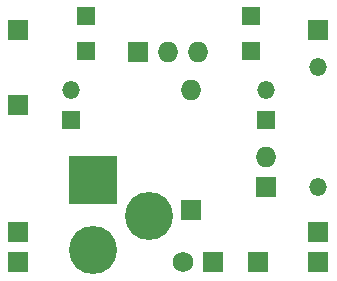
<source format=gbs>
G04 (created by PCBNEW (22-Jun-2014 BZR 4027)-stable) date Sun 09 Jul 2017 03:14:30 PM CDT*
%MOIN*%
G04 Gerber Fmt 3.4, Leading zero omitted, Abs format*
%FSLAX34Y34*%
G01*
G70*
G90*
G04 APERTURE LIST*
%ADD10C,0.00590551*%
%ADD11R,0.069X0.069*%
%ADD12O,0.069X0.069*%
%ADD13C,0.069*%
%ADD14O,0.059X0.059*%
%ADD15R,0.059X0.064*%
%ADD16R,0.16X0.16*%
%ADD17C,0.16*%
%ADD18R,0.059X0.059*%
G04 APERTURE END LIST*
G54D10*
G54D11*
X102000Y-45000D03*
G54D12*
X103000Y-45000D03*
X104000Y-45000D03*
G54D11*
X104500Y-52000D03*
G54D13*
X103500Y-52000D03*
G54D11*
X106000Y-52000D03*
X98000Y-46750D03*
X108000Y-52000D03*
X108000Y-51000D03*
X108000Y-44250D03*
X98000Y-44250D03*
G54D14*
X108000Y-45500D03*
X108000Y-49500D03*
G54D11*
X106250Y-49500D03*
G54D12*
X106250Y-48500D03*
G54D11*
X103750Y-50250D03*
G54D12*
X103750Y-46250D03*
G54D15*
X100250Y-43800D03*
X100250Y-44950D03*
X105750Y-43800D03*
X105750Y-44950D03*
G54D16*
X100500Y-49250D03*
G54D17*
X100500Y-51600D03*
X102350Y-50450D03*
G54D11*
X98000Y-52000D03*
X98000Y-51000D03*
G54D18*
X99750Y-47250D03*
G54D14*
X99750Y-46250D03*
G54D18*
X106250Y-47250D03*
G54D14*
X106250Y-46250D03*
M02*

</source>
